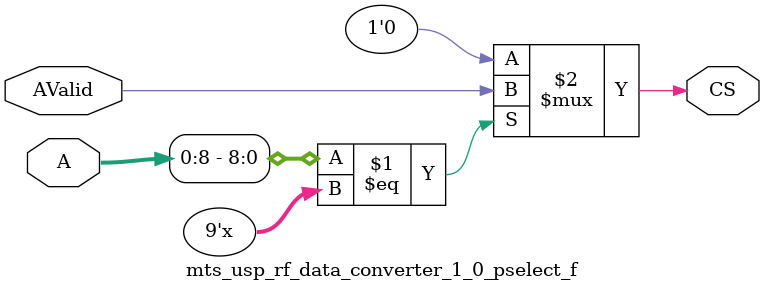
<source format=v>
`timescale 1 ps/1 ps

module mts_usp_rf_data_converter_1_0_pselect_f ( A, AValid, CS) ;

parameter C_AB  = 9;
parameter C_AW  = 32;
parameter [0:C_AW - 1] C_BAR =  'bz;
parameter C_FAMILY  = "nofamily";
input[0:C_AW-1] A; 
input AValid; 
output CS; 
wire CS;
parameter [0:C_AB-1]BAR = C_BAR[0:C_AB-1];

//----------------------------------------------------------------------------
// Build a behavioral decoder
//----------------------------------------------------------------------------
generate
if (C_AB > 0) begin : XST_WA
assign CS = (A[0:C_AB - 1] == BAR[0:C_AB - 1]) ? AValid : 1'b0 ;
end
endgenerate

generate
if (C_AB == 0) begin : PASS_ON_GEN
assign CS = AValid ;
end
endgenerate
endmodule

</source>
